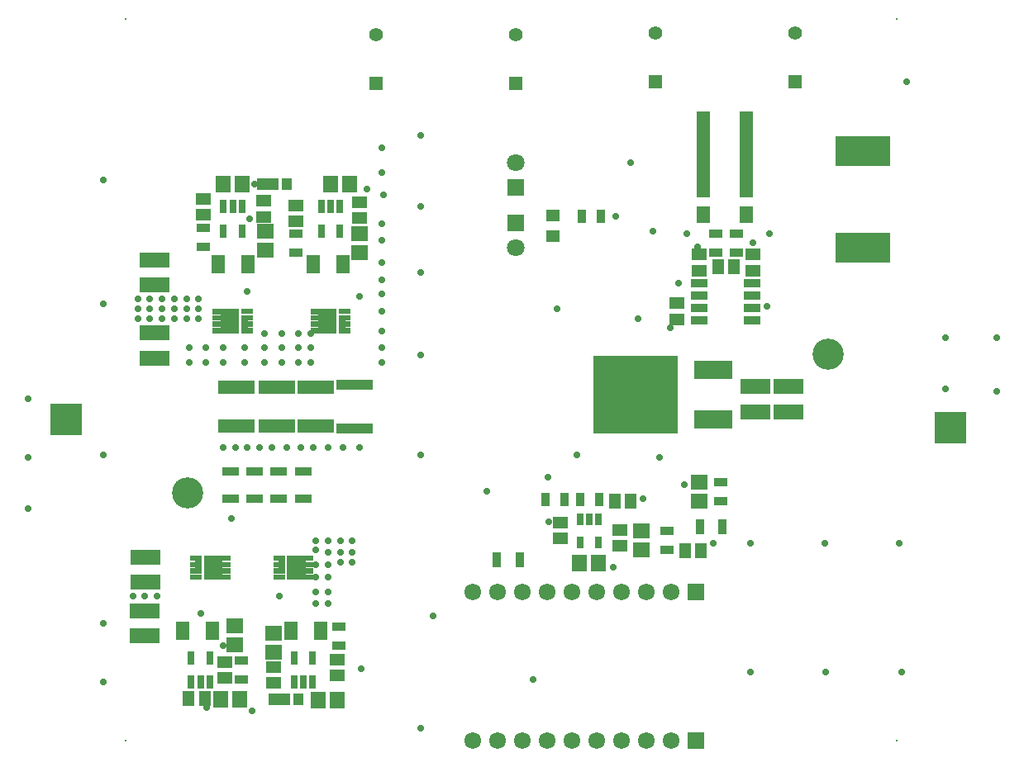
<source format=gts>
G04*
G04 #@! TF.GenerationSoftware,Altium Limited,Altium Designer,21.6.4 (81)*
G04*
G04 Layer_Color=8388736*
%FSLAX44Y44*%
%MOMM*%
G71*
G04*
G04 #@! TF.SameCoordinates,04AFCEB9-1927-4C3B-B3D4-275DD85C2008*
G04*
G04*
G04 #@! TF.FilePolarity,Negative*
G04*
G01*
G75*
%ADD21R,0.9500X1.4500*%
%ADD24R,1.4500X0.9500*%
%ADD25R,0.9562X1.5562*%
%ADD32R,1.7000X0.9500*%
%ADD40R,1.3561X1.8582*%
%ADD42R,1.5932X1.1632*%
%ADD43R,0.8032X1.3032*%
%ADD44R,1.5532X1.7532*%
%ADD45R,1.1632X1.5932*%
%ADD46R,1.7532X1.5532*%
%ADD47R,1.4032X1.3032*%
%ADD48R,1.4032X8.9032*%
%ADD49R,1.4032X1.8032*%
%ADD50R,8.7132X8.0732*%
%ADD51R,4.0132X1.8232*%
%ADD52R,3.0232X1.6332*%
%ADD53R,3.8132X1.0132*%
%ADD54R,3.7232X1.4532*%
%ADD55R,0.8032X1.4032*%
%ADD56R,1.0032X1.3032*%
%ADD57R,2.2032X1.3032*%
%ADD58R,1.2032X0.5432*%
%ADD59R,1.7282X0.8532*%
%ADD60R,5.6032X3.1032*%
%ADD61R,1.8032X1.8032*%
%ADD62C,1.8032*%
%ADD63C,3.2032*%
%ADD64R,3.2032X3.2032*%
%ADD65C,1.7232*%
%ADD66R,1.7232X1.7232*%
%ADD67C,0.2000*%
%ADD68R,1.4032X1.4032*%
%ADD69C,1.4032*%
%ADD70C,0.7016*%
G36*
X108500Y201000D02*
X96500D01*
Y206500D01*
X101500D01*
Y207500D01*
X96500D01*
Y213000D01*
X101500D01*
Y214000D01*
X96500D01*
Y219500D01*
X108500D01*
Y201000D01*
D02*
G37*
G36*
X137500Y214000D02*
X129500D01*
Y213000D01*
X137500D01*
Y207500D01*
X129500D01*
Y206500D01*
X137500D01*
Y201000D01*
X129500D01*
Y200000D01*
X137500D01*
Y194500D01*
X110500D01*
Y219500D01*
X137500D01*
Y214000D01*
D02*
G37*
G36*
X193500Y201000D02*
X181500D01*
Y206500D01*
X186500D01*
Y207500D01*
X181500D01*
Y213000D01*
X186500D01*
Y214000D01*
X181500D01*
Y219500D01*
X193500D01*
Y201000D01*
D02*
G37*
G36*
X222500Y214000D02*
X214500D01*
Y213000D01*
X222500D01*
Y207500D01*
X214500D01*
Y206500D01*
X222500D01*
Y201000D01*
X214500D01*
Y200000D01*
X222500D01*
Y194500D01*
X195500D01*
Y219500D01*
X222500D01*
Y214000D01*
D02*
G37*
G36*
X119500Y453000D02*
X127500D01*
Y454000D01*
X119500D01*
Y459500D01*
X127500D01*
Y460500D01*
X119500D01*
Y466000D01*
X127500D01*
Y467000D01*
X119500D01*
Y472500D01*
X146500D01*
Y447500D01*
X119500D01*
Y453000D01*
D02*
G37*
G36*
X148500Y466000D02*
X160500D01*
Y460500D01*
X155500D01*
Y459500D01*
X160500D01*
Y454000D01*
X155500D01*
Y453000D01*
X160500D01*
Y447500D01*
X148500D01*
Y466000D01*
D02*
G37*
G36*
X219500Y453000D02*
X227500D01*
Y454000D01*
X219500D01*
Y459500D01*
X227500D01*
Y460500D01*
X219500D01*
Y466000D01*
X227500D01*
Y467000D01*
X219500D01*
Y472500D01*
X246500D01*
Y447500D01*
X219500D01*
Y453000D01*
D02*
G37*
G36*
X248500Y466000D02*
X260500D01*
Y460500D01*
X255500D01*
Y459500D01*
X260500D01*
Y454000D01*
X255500D01*
Y453000D01*
X260500D01*
Y447500D01*
X248500D01*
Y466000D01*
D02*
G37*
D21*
X515293Y277043D02*
D03*
X495793D02*
D03*
X517000Y567500D02*
D03*
X497500D02*
D03*
X479750Y277043D02*
D03*
X460250D02*
D03*
D24*
X585000Y244750D02*
D03*
Y225250D02*
D03*
X640000Y294750D02*
D03*
Y275250D02*
D03*
X149000Y111750D02*
D03*
Y92250D02*
D03*
X110000Y555750D02*
D03*
Y536250D02*
D03*
X249000Y127250D02*
D03*
Y146750D02*
D03*
X656042Y530250D02*
D03*
Y549750D02*
D03*
X635000Y530250D02*
D03*
Y549750D02*
D03*
X205000D02*
D03*
Y530250D02*
D03*
D25*
X618250Y249377D02*
D03*
X641750D02*
D03*
X434250Y215000D02*
D03*
X410750D02*
D03*
D32*
X212000Y306000D02*
D03*
Y278000D02*
D03*
X187085Y306000D02*
D03*
Y278000D02*
D03*
X162543Y306000D02*
D03*
Y278000D02*
D03*
X138000Y306000D02*
D03*
Y278000D02*
D03*
D40*
X155261Y518000D02*
D03*
X124739D02*
D03*
X199739Y142000D02*
D03*
X230261D02*
D03*
X253261Y518000D02*
D03*
X222739D02*
D03*
X119427Y142000D02*
D03*
X88906D02*
D03*
D42*
X536792Y229503D02*
D03*
Y245702D02*
D03*
X475957Y236900D02*
D03*
Y253100D02*
D03*
X132000Y110100D02*
D03*
Y93900D02*
D03*
X172000Y583100D02*
D03*
Y566900D02*
D03*
X110000Y568900D02*
D03*
Y585100D02*
D03*
X247000Y113100D02*
D03*
Y96900D02*
D03*
X182000Y105100D02*
D03*
Y88900D02*
D03*
X595000Y461900D02*
D03*
Y478100D02*
D03*
X618000Y528100D02*
D03*
Y511900D02*
D03*
X673000Y528100D02*
D03*
Y511900D02*
D03*
X205000Y561900D02*
D03*
Y578100D02*
D03*
X270000Y582100D02*
D03*
Y565900D02*
D03*
D43*
X514500Y257000D02*
D03*
X505000D02*
D03*
X495500D02*
D03*
Y233000D02*
D03*
X514500D02*
D03*
D44*
X514750Y211798D02*
D03*
X495250D02*
D03*
X227250Y71000D02*
D03*
X246750D02*
D03*
X259750Y600000D02*
D03*
X240250D02*
D03*
X127250Y72000D02*
D03*
X146750D02*
D03*
X149750Y600000D02*
D03*
X130250D02*
D03*
D45*
X531135Y275000D02*
D03*
X547335D02*
D03*
X603343Y224303D02*
D03*
X619543D02*
D03*
X111100Y73000D02*
D03*
X94900D02*
D03*
X653100Y516000D02*
D03*
X636900D02*
D03*
D46*
X558495Y244750D02*
D03*
Y225250D02*
D03*
X617798Y294750D02*
D03*
Y275250D02*
D03*
X270000Y530250D02*
D03*
Y549750D02*
D03*
X142000Y128250D02*
D03*
Y147750D02*
D03*
X173000Y551750D02*
D03*
Y532250D02*
D03*
X182000Y120250D02*
D03*
Y139750D02*
D03*
D47*
X467500Y568000D02*
D03*
Y547000D02*
D03*
D48*
X666000Y631250D02*
D03*
X622000D02*
D03*
D49*
Y568750D02*
D03*
X666000D02*
D03*
D50*
X552772Y384600D02*
D03*
D51*
X632172Y410000D02*
D03*
Y359200D02*
D03*
D52*
X60000Y497100D02*
D03*
Y522900D02*
D03*
Y447900D02*
D03*
Y422100D02*
D03*
X50196Y192100D02*
D03*
Y217900D02*
D03*
X50000Y162900D02*
D03*
Y137100D02*
D03*
X675115Y392900D02*
D03*
Y367100D02*
D03*
X709358Y392900D02*
D03*
Y367100D02*
D03*
D53*
X265000Y349500D02*
D03*
Y394500D02*
D03*
D54*
X225000Y352200D02*
D03*
Y391800D02*
D03*
X185000Y352200D02*
D03*
Y391800D02*
D03*
X144000Y352200D02*
D03*
Y391800D02*
D03*
D55*
X97500Y89500D02*
D03*
X107000D02*
D03*
X116500D02*
D03*
Y114500D02*
D03*
X97500D02*
D03*
X202500Y89500D02*
D03*
X212000D02*
D03*
X221500D02*
D03*
Y114500D02*
D03*
X202500D02*
D03*
X249500Y577500D02*
D03*
X240000D02*
D03*
X230500D02*
D03*
Y552500D02*
D03*
X249500D02*
D03*
X149500Y577500D02*
D03*
X140000D02*
D03*
X130500D02*
D03*
Y552500D02*
D03*
X149500D02*
D03*
D56*
X195000Y600000D02*
D03*
X207000Y72000D02*
D03*
D57*
X176000Y600000D02*
D03*
X188000Y72000D02*
D03*
D58*
X102500Y197250D02*
D03*
X254500Y469750D02*
D03*
X187500Y197250D02*
D03*
X154500Y469750D02*
D03*
D59*
X672120Y460950D02*
D03*
Y473650D02*
D03*
Y486350D02*
D03*
Y499050D02*
D03*
X617880D02*
D03*
Y486350D02*
D03*
Y473650D02*
D03*
Y460950D02*
D03*
D60*
X785000Y634500D02*
D03*
Y535500D02*
D03*
D61*
X430000Y560200D02*
D03*
Y597300D02*
D03*
D62*
Y534800D02*
D03*
Y622700D02*
D03*
D63*
X94000Y284000D02*
D03*
X750000Y426000D02*
D03*
D64*
X-31000Y359000D02*
D03*
X875000Y351000D02*
D03*
D65*
X461900Y30000D02*
D03*
X563500D02*
D03*
X588900D02*
D03*
X538100D02*
D03*
X512700D02*
D03*
X487300D02*
D03*
X436500D02*
D03*
X411100D02*
D03*
X385700D02*
D03*
X461900Y182400D02*
D03*
X563500D02*
D03*
X588900D02*
D03*
X538100D02*
D03*
X512700D02*
D03*
X487300D02*
D03*
X436500D02*
D03*
X411100D02*
D03*
X385700D02*
D03*
D66*
X614300Y30000D02*
D03*
Y182400D02*
D03*
D67*
X30000Y30000D02*
D03*
X820000D02*
D03*
X30000Y770000D02*
D03*
X820000D02*
D03*
D68*
X716000Y705000D02*
D03*
X572957D02*
D03*
X429915Y704000D02*
D03*
X286872D02*
D03*
D69*
X716000Y755000D02*
D03*
X572957D02*
D03*
X429915Y754000D02*
D03*
X286872D02*
D03*
D70*
X577500Y320000D02*
D03*
X492500Y322500D02*
D03*
X555000Y462500D02*
D03*
X547500Y622500D02*
D03*
X570000Y552500D02*
D03*
X472500Y472500D02*
D03*
X670000Y232500D02*
D03*
X746250D02*
D03*
X822500D02*
D03*
X825000Y100000D02*
D03*
X747500D02*
D03*
X670000D02*
D03*
X447500Y92500D02*
D03*
X332500Y42500D02*
D03*
X345000Y157500D02*
D03*
X332500Y322500D02*
D03*
Y425000D02*
D03*
Y510000D02*
D03*
X271553Y103447D02*
D03*
X399876Y285124D02*
D03*
X632500Y232500D02*
D03*
X462500Y300000D02*
D03*
X530000Y207500D02*
D03*
X463450Y254050D02*
D03*
X560000Y277500D02*
D03*
X602500Y292500D02*
D03*
X532500Y567500D02*
D03*
X294053Y589053D02*
D03*
X922500Y387500D02*
D03*
X870000Y390000D02*
D03*
X922500Y442500D02*
D03*
X870000D02*
D03*
X-70000Y267500D02*
D03*
Y320000D02*
D03*
Y380000D02*
D03*
X830000Y705000D02*
D03*
X160000Y60000D02*
D03*
X277500Y595000D02*
D03*
X157500Y565000D02*
D03*
X7500Y605000D02*
D03*
Y477500D02*
D03*
Y322500D02*
D03*
Y150000D02*
D03*
Y90000D02*
D03*
X187500Y177500D02*
D03*
X107500Y160000D02*
D03*
X138419Y257463D02*
D03*
X155000Y490000D02*
D03*
X270000Y485000D02*
D03*
X690000Y550000D02*
D03*
X605000D02*
D03*
X332500Y650000D02*
D03*
Y577500D02*
D03*
X588410Y453410D02*
D03*
X687500Y475000D02*
D03*
X672500Y540000D02*
D03*
X616444Y536374D02*
D03*
X292500Y560000D02*
D03*
X596950Y498734D02*
D03*
X112997Y63770D02*
D03*
X130000Y127500D02*
D03*
X162500Y599999D02*
D03*
X292500Y637500D02*
D03*
Y612500D02*
D03*
Y542500D02*
D03*
Y520000D02*
D03*
Y502500D02*
D03*
Y487500D02*
D03*
Y470000D02*
D03*
Y450000D02*
D03*
Y432500D02*
D03*
Y417500D02*
D03*
X105000Y462500D02*
D03*
Y472500D02*
D03*
Y482500D02*
D03*
X92500Y462500D02*
D03*
Y472500D02*
D03*
Y482500D02*
D03*
X80000Y472500D02*
D03*
X67500D02*
D03*
X55000D02*
D03*
X42500D02*
D03*
X80000Y462500D02*
D03*
X67500D02*
D03*
X55000D02*
D03*
X42500D02*
D03*
Y482500D02*
D03*
X80000D02*
D03*
X67500D02*
D03*
X55000D02*
D03*
X62500Y177500D02*
D03*
X50000D02*
D03*
X37500D02*
D03*
X262500Y212500D02*
D03*
X250000D02*
D03*
X262500Y222500D02*
D03*
X250000D02*
D03*
X262500Y235000D02*
D03*
X250000D02*
D03*
X237500Y170000D02*
D03*
X225000D02*
D03*
X237500Y182500D02*
D03*
X225000D02*
D03*
X237500Y197500D02*
D03*
X225000D02*
D03*
X237500Y210000D02*
D03*
X225000D02*
D03*
X237500Y222500D02*
D03*
X225000Y225000D02*
D03*
X237500Y235000D02*
D03*
X225000D02*
D03*
X220000Y417500D02*
D03*
Y432500D02*
D03*
Y447500D02*
D03*
X207500D02*
D03*
X190000D02*
D03*
X172500D02*
D03*
X207500Y417500D02*
D03*
Y432500D02*
D03*
X190000Y417500D02*
D03*
Y432500D02*
D03*
X172500Y417500D02*
D03*
Y432500D02*
D03*
X152500Y417500D02*
D03*
Y432500D02*
D03*
X130000Y417500D02*
D03*
Y432500D02*
D03*
X112500Y417500D02*
D03*
X95000D02*
D03*
X112500Y432500D02*
D03*
X95000D02*
D03*
X270000Y330000D02*
D03*
X252500D02*
D03*
X237500D02*
D03*
X222500D02*
D03*
X210000D02*
D03*
X195000D02*
D03*
X180000D02*
D03*
X167500D02*
D03*
X155000D02*
D03*
X142500D02*
D03*
X130000D02*
D03*
X590472Y419600D02*
D03*
Y404600D02*
D03*
Y384600D02*
D03*
Y364600D02*
D03*
Y349600D02*
D03*
X577472Y419600D02*
D03*
Y404600D02*
D03*
Y384600D02*
D03*
Y364600D02*
D03*
Y349600D02*
D03*
X562472Y419600D02*
D03*
Y404600D02*
D03*
Y384600D02*
D03*
Y364600D02*
D03*
Y349600D02*
D03*
X547472Y419600D02*
D03*
Y404600D02*
D03*
Y384600D02*
D03*
Y364600D02*
D03*
Y349600D02*
D03*
X532472Y419600D02*
D03*
Y404600D02*
D03*
Y384600D02*
D03*
Y364600D02*
D03*
Y349600D02*
D03*
X517472Y419600D02*
D03*
Y404600D02*
D03*
Y384600D02*
D03*
Y364600D02*
D03*
Y349600D02*
D03*
X124000Y199250D02*
D03*
X115250D02*
D03*
X123750Y207250D02*
D03*
X115250Y207000D02*
D03*
X123500Y214750D02*
D03*
X115250Y215000D02*
D03*
X233000Y467750D02*
D03*
X241750D02*
D03*
X233250Y459750D02*
D03*
X241750Y460000D02*
D03*
X233500Y452250D02*
D03*
X241750Y452000D02*
D03*
X209000Y199250D02*
D03*
X200250D02*
D03*
X208750Y207250D02*
D03*
X200250Y207000D02*
D03*
X208500Y214750D02*
D03*
X200250Y215000D02*
D03*
X133000Y467750D02*
D03*
X141750D02*
D03*
X133250Y459750D02*
D03*
X141750Y460000D02*
D03*
X133500Y452250D02*
D03*
X141750Y452000D02*
D03*
M02*

</source>
